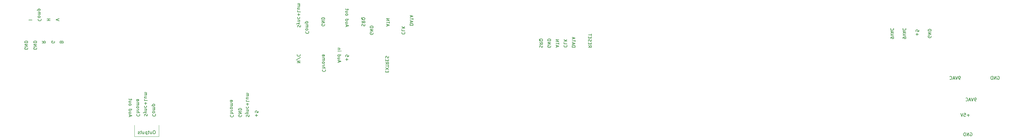
<source format=gbr>
G04 #@! TF.GenerationSoftware,KiCad,Pcbnew,(5.1.9)-1*
G04 #@! TF.CreationDate,2021-03-22T16:11:12+01:00*
G04 #@! TF.ProjectId,Open128,4f70656e-3132-4382-9e6b-696361645f70,3*
G04 #@! TF.SameCoordinates,Original*
G04 #@! TF.FileFunction,Legend,Bot*
G04 #@! TF.FilePolarity,Positive*
%FSLAX46Y46*%
G04 Gerber Fmt 4.6, Leading zero omitted, Abs format (unit mm)*
G04 Created by KiCad (PCBNEW (5.1.9)-1) date 2021-03-22 16:11:12*
%MOMM*%
%LPD*%
G01*
G04 APERTURE LIST*
%ADD10C,0.120000*%
%ADD11C,0.150000*%
G04 APERTURE END LIST*
D10*
X163576000Y-80010000D02*
X163576000Y-76454000D01*
X171196000Y-80010000D02*
X163576000Y-80010000D01*
X171196000Y-76454000D02*
X171196000Y-80010000D01*
D11*
X169814571Y-78192380D02*
X169624095Y-78192380D01*
X169528857Y-78240000D01*
X169433619Y-78335238D01*
X169386000Y-78525714D01*
X169386000Y-78859047D01*
X169433619Y-79049523D01*
X169528857Y-79144761D01*
X169624095Y-79192380D01*
X169814571Y-79192380D01*
X169909809Y-79144761D01*
X170005047Y-79049523D01*
X170052666Y-78859047D01*
X170052666Y-78525714D01*
X170005047Y-78335238D01*
X169909809Y-78240000D01*
X169814571Y-78192380D01*
X168528857Y-78525714D02*
X168528857Y-79192380D01*
X168957428Y-78525714D02*
X168957428Y-79049523D01*
X168909809Y-79144761D01*
X168814571Y-79192380D01*
X168671714Y-79192380D01*
X168576476Y-79144761D01*
X168528857Y-79097142D01*
X168195523Y-78525714D02*
X167814571Y-78525714D01*
X168052666Y-78192380D02*
X168052666Y-79049523D01*
X168005047Y-79144761D01*
X167909809Y-79192380D01*
X167814571Y-79192380D01*
X167481238Y-78525714D02*
X167481238Y-79525714D01*
X167481238Y-78573333D02*
X167386000Y-78525714D01*
X167195523Y-78525714D01*
X167100285Y-78573333D01*
X167052666Y-78620952D01*
X167005047Y-78716190D01*
X167005047Y-79001904D01*
X167052666Y-79097142D01*
X167100285Y-79144761D01*
X167195523Y-79192380D01*
X167386000Y-79192380D01*
X167481238Y-79144761D01*
X166147904Y-78525714D02*
X166147904Y-79192380D01*
X166576476Y-78525714D02*
X166576476Y-79049523D01*
X166528857Y-79144761D01*
X166433619Y-79192380D01*
X166290761Y-79192380D01*
X166195523Y-79144761D01*
X166147904Y-79097142D01*
X165814571Y-78525714D02*
X165433619Y-78525714D01*
X165671714Y-78192380D02*
X165671714Y-79049523D01*
X165624095Y-79144761D01*
X165528857Y-79192380D01*
X165433619Y-79192380D01*
X165147904Y-79144761D02*
X165052666Y-79192380D01*
X164862190Y-79192380D01*
X164766952Y-79144761D01*
X164719333Y-79049523D01*
X164719333Y-79001904D01*
X164766952Y-78906666D01*
X164862190Y-78859047D01*
X165005047Y-78859047D01*
X165100285Y-78811428D01*
X165147904Y-78716190D01*
X165147904Y-78668571D01*
X165100285Y-78573333D01*
X165005047Y-78525714D01*
X164862190Y-78525714D01*
X164766952Y-78573333D01*
X164361857Y-73016809D02*
X164314238Y-73064428D01*
X164266619Y-73207285D01*
X164266619Y-73302523D01*
X164314238Y-73445380D01*
X164409476Y-73540619D01*
X164504714Y-73588238D01*
X164695190Y-73635857D01*
X164838047Y-73635857D01*
X165028523Y-73588238D01*
X165123761Y-73540619D01*
X165219000Y-73445380D01*
X165266619Y-73302523D01*
X165266619Y-73207285D01*
X165219000Y-73064428D01*
X165171380Y-73016809D01*
X164266619Y-72588238D02*
X165266619Y-72588238D01*
X164266619Y-72159666D02*
X164790428Y-72159666D01*
X164885666Y-72207285D01*
X164933285Y-72302523D01*
X164933285Y-72445380D01*
X164885666Y-72540619D01*
X164838047Y-72588238D01*
X164266619Y-71683476D02*
X164933285Y-71683476D01*
X164742809Y-71683476D02*
X164838047Y-71635857D01*
X164885666Y-71588238D01*
X164933285Y-71493000D01*
X164933285Y-71397761D01*
X164266619Y-70921571D02*
X164314238Y-71016809D01*
X164361857Y-71064428D01*
X164457095Y-71112047D01*
X164742809Y-71112047D01*
X164838047Y-71064428D01*
X164885666Y-71016809D01*
X164933285Y-70921571D01*
X164933285Y-70778714D01*
X164885666Y-70683476D01*
X164838047Y-70635857D01*
X164742809Y-70588238D01*
X164457095Y-70588238D01*
X164361857Y-70635857D01*
X164314238Y-70683476D01*
X164266619Y-70778714D01*
X164266619Y-70921571D01*
X164266619Y-70159666D02*
X164933285Y-70159666D01*
X164838047Y-70159666D02*
X164885666Y-70112047D01*
X164933285Y-70016809D01*
X164933285Y-69873952D01*
X164885666Y-69778714D01*
X164790428Y-69731095D01*
X164266619Y-69731095D01*
X164790428Y-69731095D02*
X164885666Y-69683476D01*
X164933285Y-69588238D01*
X164933285Y-69445380D01*
X164885666Y-69350142D01*
X164790428Y-69302523D01*
X164266619Y-69302523D01*
X164266619Y-68397761D02*
X164790428Y-68397761D01*
X164885666Y-68445380D01*
X164933285Y-68540619D01*
X164933285Y-68731095D01*
X164885666Y-68826333D01*
X164314238Y-68397761D02*
X164266619Y-68493000D01*
X164266619Y-68731095D01*
X164314238Y-68826333D01*
X164409476Y-68873952D01*
X164504714Y-68873952D01*
X164599952Y-68826333D01*
X164647571Y-68731095D01*
X164647571Y-68493000D01*
X164695190Y-68397761D01*
X166727238Y-73540476D02*
X166679619Y-73397619D01*
X166679619Y-73159523D01*
X166727238Y-73064285D01*
X166774857Y-73016666D01*
X166870095Y-72969047D01*
X166965333Y-72969047D01*
X167060571Y-73016666D01*
X167108190Y-73064285D01*
X167155809Y-73159523D01*
X167203428Y-73350000D01*
X167251047Y-73445238D01*
X167298666Y-73492857D01*
X167393904Y-73540476D01*
X167489142Y-73540476D01*
X167584380Y-73492857D01*
X167632000Y-73445238D01*
X167679619Y-73350000D01*
X167679619Y-73111904D01*
X167632000Y-72969047D01*
X167346285Y-72635714D02*
X166679619Y-72397619D01*
X167346285Y-72159523D02*
X166679619Y-72397619D01*
X166441523Y-72492857D01*
X166393904Y-72540476D01*
X166346285Y-72635714D01*
X167346285Y-71778571D02*
X166679619Y-71778571D01*
X167251047Y-71778571D02*
X167298666Y-71730952D01*
X167346285Y-71635714D01*
X167346285Y-71492857D01*
X167298666Y-71397619D01*
X167203428Y-71350000D01*
X166679619Y-71350000D01*
X166727238Y-70445238D02*
X166679619Y-70540476D01*
X166679619Y-70730952D01*
X166727238Y-70826190D01*
X166774857Y-70873809D01*
X166870095Y-70921428D01*
X167155809Y-70921428D01*
X167251047Y-70873809D01*
X167298666Y-70826190D01*
X167346285Y-70730952D01*
X167346285Y-70540476D01*
X167298666Y-70445238D01*
X167060571Y-70016666D02*
X167060571Y-69254761D01*
X166679619Y-69635714D02*
X167441523Y-69635714D01*
X166679619Y-68302380D02*
X166679619Y-68778571D01*
X167679619Y-68778571D01*
X167346285Y-67540476D02*
X166679619Y-67540476D01*
X167346285Y-67969047D02*
X166822476Y-67969047D01*
X166727238Y-67921428D01*
X166679619Y-67826190D01*
X166679619Y-67683333D01*
X166727238Y-67588095D01*
X166774857Y-67540476D01*
X166679619Y-67064285D02*
X167346285Y-67064285D01*
X167251047Y-67064285D02*
X167298666Y-67016666D01*
X167346285Y-66921428D01*
X167346285Y-66778571D01*
X167298666Y-66683333D01*
X167203428Y-66635714D01*
X166679619Y-66635714D01*
X167203428Y-66635714D02*
X167298666Y-66588095D01*
X167346285Y-66492857D01*
X167346285Y-66350000D01*
X167298666Y-66254761D01*
X167203428Y-66207142D01*
X166679619Y-66207142D01*
X169314857Y-73016904D02*
X169267238Y-73064523D01*
X169219619Y-73207380D01*
X169219619Y-73302619D01*
X169267238Y-73445476D01*
X169362476Y-73540714D01*
X169457714Y-73588333D01*
X169648190Y-73635952D01*
X169791047Y-73635952D01*
X169981523Y-73588333D01*
X170076761Y-73540714D01*
X170172000Y-73445476D01*
X170219619Y-73302619D01*
X170219619Y-73207380D01*
X170172000Y-73064523D01*
X170124380Y-73016904D01*
X169219619Y-72445476D02*
X169267238Y-72540714D01*
X169314857Y-72588333D01*
X169410095Y-72635952D01*
X169695809Y-72635952D01*
X169791047Y-72588333D01*
X169838666Y-72540714D01*
X169886285Y-72445476D01*
X169886285Y-72302619D01*
X169838666Y-72207380D01*
X169791047Y-72159761D01*
X169695809Y-72112142D01*
X169410095Y-72112142D01*
X169314857Y-72159761D01*
X169267238Y-72207380D01*
X169219619Y-72302619D01*
X169219619Y-72445476D01*
X169219619Y-71683571D02*
X169886285Y-71683571D01*
X169791047Y-71683571D02*
X169838666Y-71635952D01*
X169886285Y-71540714D01*
X169886285Y-71397857D01*
X169838666Y-71302619D01*
X169743428Y-71255000D01*
X169219619Y-71255000D01*
X169743428Y-71255000D02*
X169838666Y-71207380D01*
X169886285Y-71112142D01*
X169886285Y-70969285D01*
X169838666Y-70874047D01*
X169743428Y-70826428D01*
X169219619Y-70826428D01*
X169886285Y-70350238D02*
X168886285Y-70350238D01*
X169838666Y-70350238D02*
X169886285Y-70255000D01*
X169886285Y-70064523D01*
X169838666Y-69969285D01*
X169791047Y-69921666D01*
X169695809Y-69874047D01*
X169410095Y-69874047D01*
X169314857Y-69921666D01*
X169267238Y-69969285D01*
X169219619Y-70064523D01*
X169219619Y-70255000D01*
X169267238Y-70350238D01*
X162139333Y-73707285D02*
X162139333Y-73231095D01*
X161853619Y-73802523D02*
X162853619Y-73469190D01*
X161853619Y-73135857D01*
X162520285Y-72373952D02*
X161853619Y-72373952D01*
X162520285Y-72802523D02*
X161996476Y-72802523D01*
X161901238Y-72754904D01*
X161853619Y-72659666D01*
X161853619Y-72516809D01*
X161901238Y-72421571D01*
X161948857Y-72373952D01*
X161853619Y-71469190D02*
X162853619Y-71469190D01*
X161901238Y-71469190D02*
X161853619Y-71564428D01*
X161853619Y-71754904D01*
X161901238Y-71850142D01*
X161948857Y-71897761D01*
X162044095Y-71945380D01*
X162329809Y-71945380D01*
X162425047Y-71897761D01*
X162472666Y-71850142D01*
X162520285Y-71754904D01*
X162520285Y-71564428D01*
X162472666Y-71469190D01*
X161853619Y-70088238D02*
X161901238Y-70183476D01*
X161948857Y-70231095D01*
X162044095Y-70278714D01*
X162329809Y-70278714D01*
X162425047Y-70231095D01*
X162472666Y-70183476D01*
X162520285Y-70088238D01*
X162520285Y-69945380D01*
X162472666Y-69850142D01*
X162425047Y-69802523D01*
X162329809Y-69754904D01*
X162044095Y-69754904D01*
X161948857Y-69802523D01*
X161901238Y-69850142D01*
X161853619Y-69945380D01*
X161853619Y-70088238D01*
X162520285Y-68897761D02*
X161853619Y-68897761D01*
X162520285Y-69326333D02*
X161996476Y-69326333D01*
X161901238Y-69278714D01*
X161853619Y-69183476D01*
X161853619Y-69040619D01*
X161901238Y-68945380D01*
X161948857Y-68897761D01*
X162520285Y-68564428D02*
X162520285Y-68183476D01*
X162853619Y-68421571D02*
X161996476Y-68421571D01*
X161901238Y-68373952D01*
X161853619Y-68278714D01*
X161853619Y-68183476D01*
X201604571Y-73755142D02*
X201604571Y-72993238D01*
X201223619Y-73374190D02*
X201985523Y-73374190D01*
X202223619Y-72040857D02*
X202223619Y-72517047D01*
X201747428Y-72564666D01*
X201795047Y-72517047D01*
X201842666Y-72421809D01*
X201842666Y-72183714D01*
X201795047Y-72088476D01*
X201747428Y-72040857D01*
X201652190Y-71993238D01*
X201414095Y-71993238D01*
X201318857Y-72040857D01*
X201271238Y-72088476D01*
X201223619Y-72183714D01*
X201223619Y-72421809D01*
X201271238Y-72517047D01*
X201318857Y-72564666D01*
X196969000Y-73278904D02*
X197016619Y-73374142D01*
X197016619Y-73517000D01*
X196969000Y-73659857D01*
X196873761Y-73755095D01*
X196778523Y-73802714D01*
X196588047Y-73850333D01*
X196445190Y-73850333D01*
X196254714Y-73802714D01*
X196159476Y-73755095D01*
X196064238Y-73659857D01*
X196016619Y-73517000D01*
X196016619Y-73421761D01*
X196064238Y-73278904D01*
X196111857Y-73231285D01*
X196445190Y-73231285D01*
X196445190Y-73421761D01*
X196016619Y-72802714D02*
X197016619Y-72802714D01*
X196016619Y-72231285D01*
X197016619Y-72231285D01*
X196016619Y-71755095D02*
X197016619Y-71755095D01*
X197016619Y-71517000D01*
X196969000Y-71374142D01*
X196873761Y-71278904D01*
X196778523Y-71231285D01*
X196588047Y-71183666D01*
X196445190Y-71183666D01*
X196254714Y-71231285D01*
X196159476Y-71278904D01*
X196064238Y-71374142D01*
X196016619Y-71517000D01*
X196016619Y-71755095D01*
X193571857Y-73270809D02*
X193524238Y-73318428D01*
X193476619Y-73461285D01*
X193476619Y-73556523D01*
X193524238Y-73699380D01*
X193619476Y-73794619D01*
X193714714Y-73842238D01*
X193905190Y-73889857D01*
X194048047Y-73889857D01*
X194238523Y-73842238D01*
X194333761Y-73794619D01*
X194429000Y-73699380D01*
X194476619Y-73556523D01*
X194476619Y-73461285D01*
X194429000Y-73318428D01*
X194381380Y-73270809D01*
X193476619Y-72842238D02*
X194476619Y-72842238D01*
X193476619Y-72413666D02*
X194000428Y-72413666D01*
X194095666Y-72461285D01*
X194143285Y-72556523D01*
X194143285Y-72699380D01*
X194095666Y-72794619D01*
X194048047Y-72842238D01*
X193476619Y-71937476D02*
X194143285Y-71937476D01*
X193952809Y-71937476D02*
X194048047Y-71889857D01*
X194095666Y-71842238D01*
X194143285Y-71747000D01*
X194143285Y-71651761D01*
X193476619Y-71175571D02*
X193524238Y-71270809D01*
X193571857Y-71318428D01*
X193667095Y-71366047D01*
X193952809Y-71366047D01*
X194048047Y-71318428D01*
X194095666Y-71270809D01*
X194143285Y-71175571D01*
X194143285Y-71032714D01*
X194095666Y-70937476D01*
X194048047Y-70889857D01*
X193952809Y-70842238D01*
X193667095Y-70842238D01*
X193571857Y-70889857D01*
X193524238Y-70937476D01*
X193476619Y-71032714D01*
X193476619Y-71175571D01*
X193476619Y-70413666D02*
X194143285Y-70413666D01*
X194048047Y-70413666D02*
X194095666Y-70366047D01*
X194143285Y-70270809D01*
X194143285Y-70127952D01*
X194095666Y-70032714D01*
X194000428Y-69985095D01*
X193476619Y-69985095D01*
X194000428Y-69985095D02*
X194095666Y-69937476D01*
X194143285Y-69842238D01*
X194143285Y-69699380D01*
X194095666Y-69604142D01*
X194000428Y-69556523D01*
X193476619Y-69556523D01*
X193476619Y-68651761D02*
X194000428Y-68651761D01*
X194095666Y-68699380D01*
X194143285Y-68794619D01*
X194143285Y-68985095D01*
X194095666Y-69080333D01*
X193524238Y-68651761D02*
X193476619Y-68747000D01*
X193476619Y-68985095D01*
X193524238Y-69080333D01*
X193619476Y-69127952D01*
X193714714Y-69127952D01*
X193809952Y-69080333D01*
X193857571Y-68985095D01*
X193857571Y-68747000D01*
X193905190Y-68651761D01*
X198477238Y-73794476D02*
X198429619Y-73651619D01*
X198429619Y-73413523D01*
X198477238Y-73318285D01*
X198524857Y-73270666D01*
X198620095Y-73223047D01*
X198715333Y-73223047D01*
X198810571Y-73270666D01*
X198858190Y-73318285D01*
X198905809Y-73413523D01*
X198953428Y-73604000D01*
X199001047Y-73699238D01*
X199048666Y-73746857D01*
X199143904Y-73794476D01*
X199239142Y-73794476D01*
X199334380Y-73746857D01*
X199382000Y-73699238D01*
X199429619Y-73604000D01*
X199429619Y-73365904D01*
X199382000Y-73223047D01*
X199096285Y-72889714D02*
X198429619Y-72651619D01*
X199096285Y-72413523D02*
X198429619Y-72651619D01*
X198191523Y-72746857D01*
X198143904Y-72794476D01*
X198096285Y-72889714D01*
X199096285Y-72032571D02*
X198429619Y-72032571D01*
X199001047Y-72032571D02*
X199048666Y-71984952D01*
X199096285Y-71889714D01*
X199096285Y-71746857D01*
X199048666Y-71651619D01*
X198953428Y-71604000D01*
X198429619Y-71604000D01*
X198477238Y-70699238D02*
X198429619Y-70794476D01*
X198429619Y-70984952D01*
X198477238Y-71080190D01*
X198524857Y-71127809D01*
X198620095Y-71175428D01*
X198905809Y-71175428D01*
X199001047Y-71127809D01*
X199048666Y-71080190D01*
X199096285Y-70984952D01*
X199096285Y-70794476D01*
X199048666Y-70699238D01*
X198810571Y-70270666D02*
X198810571Y-69508761D01*
X198429619Y-69889714D02*
X199191523Y-69889714D01*
X198429619Y-68556380D02*
X198429619Y-69032571D01*
X199429619Y-69032571D01*
X199096285Y-67794476D02*
X198429619Y-67794476D01*
X199096285Y-68223047D02*
X198572476Y-68223047D01*
X198477238Y-68175428D01*
X198429619Y-68080190D01*
X198429619Y-67937333D01*
X198477238Y-67842095D01*
X198524857Y-67794476D01*
X198429619Y-67318285D02*
X199096285Y-67318285D01*
X199001047Y-67318285D02*
X199048666Y-67270666D01*
X199096285Y-67175428D01*
X199096285Y-67032571D01*
X199048666Y-66937333D01*
X198953428Y-66889714D01*
X198429619Y-66889714D01*
X198953428Y-66889714D02*
X199048666Y-66842095D01*
X199096285Y-66746857D01*
X199096285Y-66604000D01*
X199048666Y-66508761D01*
X198953428Y-66461142D01*
X198429619Y-66461142D01*
X399343619Y-49299619D02*
X399343619Y-49109142D01*
X399391238Y-49013904D01*
X399438857Y-48966285D01*
X399581714Y-48871047D01*
X399772190Y-48823428D01*
X400153142Y-48823428D01*
X400248380Y-48871047D01*
X400296000Y-48918666D01*
X400343619Y-49013904D01*
X400343619Y-49204380D01*
X400296000Y-49299619D01*
X400248380Y-49347238D01*
X400153142Y-49394857D01*
X399915047Y-49394857D01*
X399819809Y-49347238D01*
X399772190Y-49299619D01*
X399724571Y-49204380D01*
X399724571Y-49013904D01*
X399772190Y-48918666D01*
X399819809Y-48871047D01*
X399915047Y-48823428D01*
X400343619Y-48537714D02*
X399343619Y-48204380D01*
X400343619Y-47871047D01*
X399629333Y-47585333D02*
X399629333Y-47109142D01*
X399343619Y-47680571D02*
X400343619Y-47347238D01*
X399343619Y-47013904D01*
X399438857Y-46109142D02*
X399391238Y-46156761D01*
X399343619Y-46299619D01*
X399343619Y-46394857D01*
X399391238Y-46537714D01*
X399486476Y-46632952D01*
X399581714Y-46680571D01*
X399772190Y-46728190D01*
X399915047Y-46728190D01*
X400105523Y-46680571D01*
X400200761Y-46632952D01*
X400296000Y-46537714D01*
X400343619Y-46394857D01*
X400343619Y-46299619D01*
X400296000Y-46156761D01*
X400248380Y-46109142D01*
X403153619Y-49299619D02*
X403153619Y-49109142D01*
X403201238Y-49013904D01*
X403248857Y-48966285D01*
X403391714Y-48871047D01*
X403582190Y-48823428D01*
X403963142Y-48823428D01*
X404058380Y-48871047D01*
X404106000Y-48918666D01*
X404153619Y-49013904D01*
X404153619Y-49204380D01*
X404106000Y-49299619D01*
X404058380Y-49347238D01*
X403963142Y-49394857D01*
X403725047Y-49394857D01*
X403629809Y-49347238D01*
X403582190Y-49299619D01*
X403534571Y-49204380D01*
X403534571Y-49013904D01*
X403582190Y-48918666D01*
X403629809Y-48871047D01*
X403725047Y-48823428D01*
X404153619Y-48537714D02*
X403153619Y-48204380D01*
X404153619Y-47871047D01*
X403439333Y-47585333D02*
X403439333Y-47109142D01*
X403153619Y-47680571D02*
X404153619Y-47347238D01*
X403153619Y-47013904D01*
X403248857Y-46109142D02*
X403201238Y-46156761D01*
X403153619Y-46299619D01*
X403153619Y-46394857D01*
X403201238Y-46537714D01*
X403296476Y-46632952D01*
X403391714Y-46680571D01*
X403582190Y-46728190D01*
X403725047Y-46728190D01*
X403915523Y-46680571D01*
X404010761Y-46632952D01*
X404106000Y-46537714D01*
X404153619Y-46394857D01*
X404153619Y-46299619D01*
X404106000Y-46156761D01*
X404058380Y-46109142D01*
X407598571Y-48355142D02*
X407598571Y-47593238D01*
X407217619Y-47974190D02*
X407979523Y-47974190D01*
X408217619Y-46640857D02*
X408217619Y-47117047D01*
X407741428Y-47164666D01*
X407789047Y-47117047D01*
X407836666Y-47021809D01*
X407836666Y-46783714D01*
X407789047Y-46688476D01*
X407741428Y-46640857D01*
X407646190Y-46593238D01*
X407408095Y-46593238D01*
X407312857Y-46640857D01*
X407265238Y-46688476D01*
X407217619Y-46783714D01*
X407217619Y-47021809D01*
X407265238Y-47117047D01*
X407312857Y-47164666D01*
X411980000Y-48513904D02*
X412027619Y-48609142D01*
X412027619Y-48752000D01*
X411980000Y-48894857D01*
X411884761Y-48990095D01*
X411789523Y-49037714D01*
X411599047Y-49085333D01*
X411456190Y-49085333D01*
X411265714Y-49037714D01*
X411170476Y-48990095D01*
X411075238Y-48894857D01*
X411027619Y-48752000D01*
X411027619Y-48656761D01*
X411075238Y-48513904D01*
X411122857Y-48466285D01*
X411456190Y-48466285D01*
X411456190Y-48656761D01*
X411027619Y-48037714D02*
X412027619Y-48037714D01*
X411027619Y-47466285D01*
X412027619Y-47466285D01*
X411027619Y-46990095D02*
X412027619Y-46990095D01*
X412027619Y-46752000D01*
X411980000Y-46609142D01*
X411884761Y-46513904D01*
X411789523Y-46466285D01*
X411599047Y-46418666D01*
X411456190Y-46418666D01*
X411265714Y-46466285D01*
X411170476Y-46513904D01*
X411075238Y-46609142D01*
X411027619Y-46752000D01*
X411027619Y-46990095D01*
X305109619Y-51490380D02*
X305585809Y-51823714D01*
X305109619Y-52061809D02*
X306109619Y-52061809D01*
X306109619Y-51680857D01*
X306062000Y-51585619D01*
X306014380Y-51538000D01*
X305919142Y-51490380D01*
X305776285Y-51490380D01*
X305681047Y-51538000D01*
X305633428Y-51585619D01*
X305585809Y-51680857D01*
X305585809Y-52061809D01*
X305633428Y-51061809D02*
X305633428Y-50728476D01*
X305109619Y-50585619D02*
X305109619Y-51061809D01*
X306109619Y-51061809D01*
X306109619Y-50585619D01*
X305157238Y-50204666D02*
X305109619Y-50061809D01*
X305109619Y-49823714D01*
X305157238Y-49728476D01*
X305204857Y-49680857D01*
X305300095Y-49633238D01*
X305395333Y-49633238D01*
X305490571Y-49680857D01*
X305538190Y-49728476D01*
X305585809Y-49823714D01*
X305633428Y-50014190D01*
X305681047Y-50109428D01*
X305728666Y-50157047D01*
X305823904Y-50204666D01*
X305919142Y-50204666D01*
X306014380Y-50157047D01*
X306062000Y-50109428D01*
X306109619Y-50014190D01*
X306109619Y-49776095D01*
X306062000Y-49633238D01*
X305633428Y-49204666D02*
X305633428Y-48871333D01*
X305109619Y-48728476D02*
X305109619Y-49204666D01*
X306109619Y-49204666D01*
X306109619Y-48728476D01*
X306109619Y-48442761D02*
X306109619Y-47871333D01*
X305109619Y-48157047D02*
X306109619Y-48157047D01*
X300029619Y-52046000D02*
X301029619Y-52046000D01*
X301029619Y-51807904D01*
X300982000Y-51665047D01*
X300886761Y-51569809D01*
X300791523Y-51522190D01*
X300601047Y-51474571D01*
X300458190Y-51474571D01*
X300267714Y-51522190D01*
X300172476Y-51569809D01*
X300077238Y-51665047D01*
X300029619Y-51807904D01*
X300029619Y-52046000D01*
X300315333Y-51093619D02*
X300315333Y-50617428D01*
X300029619Y-51188857D02*
X301029619Y-50855523D01*
X300029619Y-50522190D01*
X301029619Y-50331714D02*
X301029619Y-49760285D01*
X300029619Y-50046000D02*
X301029619Y-50046000D01*
X300315333Y-49474571D02*
X300315333Y-48998380D01*
X300029619Y-49569809D02*
X301029619Y-49236476D01*
X300029619Y-48903142D01*
X297584857Y-51395238D02*
X297537238Y-51442857D01*
X297489619Y-51585714D01*
X297489619Y-51680952D01*
X297537238Y-51823809D01*
X297632476Y-51919047D01*
X297727714Y-51966666D01*
X297918190Y-52014285D01*
X298061047Y-52014285D01*
X298251523Y-51966666D01*
X298346761Y-51919047D01*
X298442000Y-51823809D01*
X298489619Y-51680952D01*
X298489619Y-51585714D01*
X298442000Y-51442857D01*
X298394380Y-51395238D01*
X297489619Y-50490476D02*
X297489619Y-50966666D01*
X298489619Y-50966666D01*
X297489619Y-50157142D02*
X298489619Y-50157142D01*
X297489619Y-49585714D02*
X298061047Y-50014285D01*
X298489619Y-49585714D02*
X297918190Y-50157142D01*
X295235333Y-51942857D02*
X295235333Y-51466666D01*
X294949619Y-52038095D02*
X295949619Y-51704761D01*
X294949619Y-51371428D01*
X295949619Y-51180952D02*
X295949619Y-50609523D01*
X294949619Y-50895238D02*
X295949619Y-50895238D01*
X294949619Y-50276190D02*
X295949619Y-50276190D01*
X294949619Y-49704761D01*
X295949619Y-49704761D01*
X289917238Y-52109523D02*
X289869619Y-51966666D01*
X289869619Y-51728571D01*
X289917238Y-51633333D01*
X289964857Y-51585714D01*
X290060095Y-51538095D01*
X290155333Y-51538095D01*
X290250571Y-51585714D01*
X290298190Y-51633333D01*
X290345809Y-51728571D01*
X290393428Y-51919047D01*
X290441047Y-52014285D01*
X290488666Y-52061904D01*
X290583904Y-52109523D01*
X290679142Y-52109523D01*
X290774380Y-52061904D01*
X290822000Y-52014285D01*
X290869619Y-51919047D01*
X290869619Y-51680952D01*
X290822000Y-51538095D01*
X289869619Y-50538095D02*
X290345809Y-50871428D01*
X289869619Y-51109523D02*
X290869619Y-51109523D01*
X290869619Y-50728571D01*
X290822000Y-50633333D01*
X290774380Y-50585714D01*
X290679142Y-50538095D01*
X290536285Y-50538095D01*
X290441047Y-50585714D01*
X290393428Y-50633333D01*
X290345809Y-50728571D01*
X290345809Y-51109523D01*
X289774380Y-49442857D02*
X289822000Y-49538095D01*
X289917238Y-49633333D01*
X290060095Y-49776190D01*
X290107714Y-49871428D01*
X290107714Y-49966666D01*
X289869619Y-49919047D02*
X289917238Y-50014285D01*
X290012476Y-50109523D01*
X290202952Y-50157142D01*
X290536285Y-50157142D01*
X290726761Y-50109523D01*
X290822000Y-50014285D01*
X290869619Y-49919047D01*
X290869619Y-49728571D01*
X290822000Y-49633333D01*
X290726761Y-49538095D01*
X290536285Y-49490476D01*
X290202952Y-49490476D01*
X290012476Y-49538095D01*
X289917238Y-49633333D01*
X289869619Y-49728571D01*
X289869619Y-49919047D01*
X293362000Y-51561904D02*
X293409619Y-51657142D01*
X293409619Y-51800000D01*
X293362000Y-51942857D01*
X293266761Y-52038095D01*
X293171523Y-52085714D01*
X292981047Y-52133333D01*
X292838190Y-52133333D01*
X292647714Y-52085714D01*
X292552476Y-52038095D01*
X292457238Y-51942857D01*
X292409619Y-51800000D01*
X292409619Y-51704761D01*
X292457238Y-51561904D01*
X292504857Y-51514285D01*
X292838190Y-51514285D01*
X292838190Y-51704761D01*
X292409619Y-51085714D02*
X293409619Y-51085714D01*
X292409619Y-50514285D01*
X293409619Y-50514285D01*
X292409619Y-50038095D02*
X293409619Y-50038095D01*
X293409619Y-49800000D01*
X293362000Y-49657142D01*
X293266761Y-49561904D01*
X293171523Y-49514285D01*
X292981047Y-49466666D01*
X292838190Y-49466666D01*
X292647714Y-49514285D01*
X292552476Y-49561904D01*
X292457238Y-49657142D01*
X292409619Y-49800000D01*
X292409619Y-50038095D01*
X249483619Y-45188000D02*
X250483619Y-45188000D01*
X250483619Y-44949904D01*
X250436000Y-44807047D01*
X250340761Y-44711809D01*
X250245523Y-44664190D01*
X250055047Y-44616571D01*
X249912190Y-44616571D01*
X249721714Y-44664190D01*
X249626476Y-44711809D01*
X249531238Y-44807047D01*
X249483619Y-44949904D01*
X249483619Y-45188000D01*
X249769333Y-44235619D02*
X249769333Y-43759428D01*
X249483619Y-44330857D02*
X250483619Y-43997523D01*
X249483619Y-43664190D01*
X250483619Y-43473714D02*
X250483619Y-42902285D01*
X249483619Y-43188000D02*
X250483619Y-43188000D01*
X249769333Y-42616571D02*
X249769333Y-42140380D01*
X249483619Y-42711809D02*
X250483619Y-42378476D01*
X249483619Y-42045142D01*
X247038857Y-47331238D02*
X246991238Y-47378857D01*
X246943619Y-47521714D01*
X246943619Y-47616952D01*
X246991238Y-47759809D01*
X247086476Y-47855047D01*
X247181714Y-47902666D01*
X247372190Y-47950285D01*
X247515047Y-47950285D01*
X247705523Y-47902666D01*
X247800761Y-47855047D01*
X247896000Y-47759809D01*
X247943619Y-47616952D01*
X247943619Y-47521714D01*
X247896000Y-47378857D01*
X247848380Y-47331238D01*
X246943619Y-46426476D02*
X246943619Y-46902666D01*
X247943619Y-46902666D01*
X246943619Y-46093142D02*
X247943619Y-46093142D01*
X246943619Y-45521714D02*
X247515047Y-45950285D01*
X247943619Y-45521714D02*
X247372190Y-46093142D01*
X242387428Y-59904000D02*
X242387428Y-59570666D01*
X241863619Y-59427809D02*
X241863619Y-59904000D01*
X242863619Y-59904000D01*
X242863619Y-59427809D01*
X242863619Y-59094476D02*
X241863619Y-58427809D01*
X242863619Y-58427809D02*
X241863619Y-59094476D01*
X242863619Y-58189714D02*
X242863619Y-57618285D01*
X241863619Y-57904000D02*
X242863619Y-57904000D01*
X241863619Y-56713523D02*
X242339809Y-57046857D01*
X241863619Y-57284952D02*
X242863619Y-57284952D01*
X242863619Y-56904000D01*
X242816000Y-56808761D01*
X242768380Y-56761142D01*
X242673142Y-56713523D01*
X242530285Y-56713523D01*
X242435047Y-56761142D01*
X242387428Y-56808761D01*
X242339809Y-56904000D01*
X242339809Y-57284952D01*
X242387428Y-56284952D02*
X242387428Y-55951619D01*
X241863619Y-55808761D02*
X241863619Y-56284952D01*
X242863619Y-56284952D01*
X242863619Y-55808761D01*
X241911238Y-55427809D02*
X241863619Y-55284952D01*
X241863619Y-55046857D01*
X241911238Y-54951619D01*
X241958857Y-54904000D01*
X242054095Y-54856380D01*
X242149333Y-54856380D01*
X242244571Y-54904000D01*
X242292190Y-54951619D01*
X242339809Y-55046857D01*
X242387428Y-55237333D01*
X242435047Y-55332571D01*
X242482666Y-55380190D01*
X242577904Y-55427809D01*
X242673142Y-55427809D01*
X242768380Y-55380190D01*
X242816000Y-55332571D01*
X242863619Y-55237333D01*
X242863619Y-54999238D01*
X242816000Y-54856380D01*
X242403333Y-45338857D02*
X242403333Y-44862666D01*
X242117619Y-45434095D02*
X243117619Y-45100761D01*
X242117619Y-44767428D01*
X243117619Y-44576952D02*
X243117619Y-44005523D01*
X242117619Y-44291238D02*
X243117619Y-44291238D01*
X242117619Y-43672190D02*
X243117619Y-43672190D01*
X242117619Y-43100761D01*
X243117619Y-43100761D01*
X237990000Y-47497904D02*
X238037619Y-47593142D01*
X238037619Y-47736000D01*
X237990000Y-47878857D01*
X237894761Y-47974095D01*
X237799523Y-48021714D01*
X237609047Y-48069333D01*
X237466190Y-48069333D01*
X237275714Y-48021714D01*
X237180476Y-47974095D01*
X237085238Y-47878857D01*
X237037619Y-47736000D01*
X237037619Y-47640761D01*
X237085238Y-47497904D01*
X237132857Y-47450285D01*
X237466190Y-47450285D01*
X237466190Y-47640761D01*
X237037619Y-47021714D02*
X238037619Y-47021714D01*
X237037619Y-46450285D01*
X238037619Y-46450285D01*
X237037619Y-45974095D02*
X238037619Y-45974095D01*
X238037619Y-45736000D01*
X237990000Y-45593142D01*
X237894761Y-45497904D01*
X237799523Y-45450285D01*
X237609047Y-45402666D01*
X237466190Y-45402666D01*
X237275714Y-45450285D01*
X237180476Y-45497904D01*
X237085238Y-45593142D01*
X237037619Y-45736000D01*
X237037619Y-45974095D01*
X234494438Y-45403923D02*
X234446819Y-45261066D01*
X234446819Y-45022971D01*
X234494438Y-44927733D01*
X234542057Y-44880114D01*
X234637295Y-44832495D01*
X234732533Y-44832495D01*
X234827771Y-44880114D01*
X234875390Y-44927733D01*
X234923009Y-45022971D01*
X234970628Y-45213447D01*
X235018247Y-45308685D01*
X235065866Y-45356304D01*
X235161104Y-45403923D01*
X235256342Y-45403923D01*
X235351580Y-45356304D01*
X235399200Y-45308685D01*
X235446819Y-45213447D01*
X235446819Y-44975352D01*
X235399200Y-44832495D01*
X234446819Y-43832495D02*
X234923009Y-44165828D01*
X234446819Y-44403923D02*
X235446819Y-44403923D01*
X235446819Y-44022971D01*
X235399200Y-43927733D01*
X235351580Y-43880114D01*
X235256342Y-43832495D01*
X235113485Y-43832495D01*
X235018247Y-43880114D01*
X234970628Y-43927733D01*
X234923009Y-44022971D01*
X234923009Y-44403923D01*
X234351580Y-42737257D02*
X234399200Y-42832495D01*
X234494438Y-42927733D01*
X234637295Y-43070590D01*
X234684914Y-43165828D01*
X234684914Y-43261066D01*
X234446819Y-43213447D02*
X234494438Y-43308685D01*
X234589676Y-43403923D01*
X234780152Y-43451542D01*
X235113485Y-43451542D01*
X235303961Y-43403923D01*
X235399200Y-43308685D01*
X235446819Y-43213447D01*
X235446819Y-43022971D01*
X235399200Y-42927733D01*
X235303961Y-42832495D01*
X235113485Y-42784876D01*
X234780152Y-42784876D01*
X234589676Y-42832495D01*
X234494438Y-42927733D01*
X234446819Y-43022971D01*
X234446819Y-43213447D01*
X227290333Y-56697285D02*
X227290333Y-56221095D01*
X227004619Y-56792523D02*
X228004619Y-56459190D01*
X227004619Y-56125857D01*
X227671285Y-55363952D02*
X227004619Y-55363952D01*
X227671285Y-55792523D02*
X227147476Y-55792523D01*
X227052238Y-55744904D01*
X227004619Y-55649666D01*
X227004619Y-55506809D01*
X227052238Y-55411571D01*
X227099857Y-55363952D01*
X227004619Y-54459190D02*
X228004619Y-54459190D01*
X227052238Y-54459190D02*
X227004619Y-54554428D01*
X227004619Y-54744904D01*
X227052238Y-54840142D01*
X227099857Y-54887761D01*
X227195095Y-54935380D01*
X227480809Y-54935380D01*
X227576047Y-54887761D01*
X227623666Y-54840142D01*
X227671285Y-54744904D01*
X227671285Y-54554428D01*
X227623666Y-54459190D01*
X227004619Y-53221095D02*
X227671285Y-53221095D01*
X228004619Y-53221095D02*
X227957000Y-53268714D01*
X227909380Y-53221095D01*
X227957000Y-53173476D01*
X228004619Y-53221095D01*
X227909380Y-53221095D01*
X227671285Y-52744904D02*
X227004619Y-52744904D01*
X227576047Y-52744904D02*
X227623666Y-52697285D01*
X227671285Y-52602047D01*
X227671285Y-52459190D01*
X227623666Y-52363952D01*
X227528428Y-52316333D01*
X227004619Y-52316333D01*
X229703333Y-45513285D02*
X229703333Y-45037095D01*
X229417619Y-45608523D02*
X230417619Y-45275190D01*
X229417619Y-44941857D01*
X230084285Y-44179952D02*
X229417619Y-44179952D01*
X230084285Y-44608523D02*
X229560476Y-44608523D01*
X229465238Y-44560904D01*
X229417619Y-44465666D01*
X229417619Y-44322809D01*
X229465238Y-44227571D01*
X229512857Y-44179952D01*
X229417619Y-43275190D02*
X230417619Y-43275190D01*
X229465238Y-43275190D02*
X229417619Y-43370428D01*
X229417619Y-43560904D01*
X229465238Y-43656142D01*
X229512857Y-43703761D01*
X229608095Y-43751380D01*
X229893809Y-43751380D01*
X229989047Y-43703761D01*
X230036666Y-43656142D01*
X230084285Y-43560904D01*
X230084285Y-43370428D01*
X230036666Y-43275190D01*
X229417619Y-41894238D02*
X229465238Y-41989476D01*
X229512857Y-42037095D01*
X229608095Y-42084714D01*
X229893809Y-42084714D01*
X229989047Y-42037095D01*
X230036666Y-41989476D01*
X230084285Y-41894238D01*
X230084285Y-41751380D01*
X230036666Y-41656142D01*
X229989047Y-41608523D01*
X229893809Y-41560904D01*
X229608095Y-41560904D01*
X229512857Y-41608523D01*
X229465238Y-41656142D01*
X229417619Y-41751380D01*
X229417619Y-41894238D01*
X230084285Y-40703761D02*
X229417619Y-40703761D01*
X230084285Y-41132333D02*
X229560476Y-41132333D01*
X229465238Y-41084714D01*
X229417619Y-40989476D01*
X229417619Y-40846619D01*
X229465238Y-40751380D01*
X229512857Y-40703761D01*
X230084285Y-40370428D02*
X230084285Y-39989476D01*
X230417619Y-40227571D02*
X229560476Y-40227571D01*
X229465238Y-40179952D01*
X229417619Y-40084714D01*
X229417619Y-39989476D01*
X222273857Y-59046809D02*
X222226238Y-59094428D01*
X222178619Y-59237285D01*
X222178619Y-59332523D01*
X222226238Y-59475380D01*
X222321476Y-59570619D01*
X222416714Y-59618238D01*
X222607190Y-59665857D01*
X222750047Y-59665857D01*
X222940523Y-59618238D01*
X223035761Y-59570619D01*
X223131000Y-59475380D01*
X223178619Y-59332523D01*
X223178619Y-59237285D01*
X223131000Y-59094428D01*
X223083380Y-59046809D01*
X222178619Y-58618238D02*
X223178619Y-58618238D01*
X222178619Y-58189666D02*
X222702428Y-58189666D01*
X222797666Y-58237285D01*
X222845285Y-58332523D01*
X222845285Y-58475380D01*
X222797666Y-58570619D01*
X222750047Y-58618238D01*
X222178619Y-57713476D02*
X222845285Y-57713476D01*
X222654809Y-57713476D02*
X222750047Y-57665857D01*
X222797666Y-57618238D01*
X222845285Y-57523000D01*
X222845285Y-57427761D01*
X222178619Y-56951571D02*
X222226238Y-57046809D01*
X222273857Y-57094428D01*
X222369095Y-57142047D01*
X222654809Y-57142047D01*
X222750047Y-57094428D01*
X222797666Y-57046809D01*
X222845285Y-56951571D01*
X222845285Y-56808714D01*
X222797666Y-56713476D01*
X222750047Y-56665857D01*
X222654809Y-56618238D01*
X222369095Y-56618238D01*
X222273857Y-56665857D01*
X222226238Y-56713476D01*
X222178619Y-56808714D01*
X222178619Y-56951571D01*
X222178619Y-56189666D02*
X222845285Y-56189666D01*
X222750047Y-56189666D02*
X222797666Y-56142047D01*
X222845285Y-56046809D01*
X222845285Y-55903952D01*
X222797666Y-55808714D01*
X222702428Y-55761095D01*
X222178619Y-55761095D01*
X222702428Y-55761095D02*
X222797666Y-55713476D01*
X222845285Y-55618238D01*
X222845285Y-55475380D01*
X222797666Y-55380142D01*
X222702428Y-55332523D01*
X222178619Y-55332523D01*
X222178619Y-54427761D02*
X222702428Y-54427761D01*
X222797666Y-54475380D01*
X222845285Y-54570619D01*
X222845285Y-54761095D01*
X222797666Y-54856333D01*
X222226238Y-54427761D02*
X222178619Y-54523000D01*
X222178619Y-54761095D01*
X222226238Y-54856333D01*
X222321476Y-54903952D01*
X222416714Y-54903952D01*
X222511952Y-54856333D01*
X222559571Y-54761095D01*
X222559571Y-54523000D01*
X222607190Y-54427761D01*
X214304619Y-56935523D02*
X215304619Y-56935523D01*
X214304619Y-56364095D01*
X215304619Y-56364095D01*
X215352238Y-55173619D02*
X214066523Y-56030761D01*
X214399857Y-54268857D02*
X214352238Y-54316476D01*
X214304619Y-54459333D01*
X214304619Y-54554571D01*
X214352238Y-54697428D01*
X214447476Y-54792666D01*
X214542714Y-54840285D01*
X214733190Y-54887904D01*
X214876047Y-54887904D01*
X215066523Y-54840285D01*
X215161761Y-54792666D01*
X215257000Y-54697428D01*
X215304619Y-54554571D01*
X215304619Y-54459333D01*
X215257000Y-54316476D01*
X215209380Y-54268857D01*
X214479238Y-45727476D02*
X214431619Y-45584619D01*
X214431619Y-45346523D01*
X214479238Y-45251285D01*
X214526857Y-45203666D01*
X214622095Y-45156047D01*
X214717333Y-45156047D01*
X214812571Y-45203666D01*
X214860190Y-45251285D01*
X214907809Y-45346523D01*
X214955428Y-45537000D01*
X215003047Y-45632238D01*
X215050666Y-45679857D01*
X215145904Y-45727476D01*
X215241142Y-45727476D01*
X215336380Y-45679857D01*
X215384000Y-45632238D01*
X215431619Y-45537000D01*
X215431619Y-45298904D01*
X215384000Y-45156047D01*
X215098285Y-44822714D02*
X214431619Y-44584619D01*
X215098285Y-44346523D02*
X214431619Y-44584619D01*
X214193523Y-44679857D01*
X214145904Y-44727476D01*
X214098285Y-44822714D01*
X215098285Y-43965571D02*
X214431619Y-43965571D01*
X215003047Y-43965571D02*
X215050666Y-43917952D01*
X215098285Y-43822714D01*
X215098285Y-43679857D01*
X215050666Y-43584619D01*
X214955428Y-43537000D01*
X214431619Y-43537000D01*
X214479238Y-42632238D02*
X214431619Y-42727476D01*
X214431619Y-42917952D01*
X214479238Y-43013190D01*
X214526857Y-43060809D01*
X214622095Y-43108428D01*
X214907809Y-43108428D01*
X215003047Y-43060809D01*
X215050666Y-43013190D01*
X215098285Y-42917952D01*
X215098285Y-42727476D01*
X215050666Y-42632238D01*
X214812571Y-42203666D02*
X214812571Y-41441761D01*
X214431619Y-41822714D02*
X215193523Y-41822714D01*
X214431619Y-40489380D02*
X214431619Y-40965571D01*
X215431619Y-40965571D01*
X215098285Y-39727476D02*
X214431619Y-39727476D01*
X215098285Y-40156047D02*
X214574476Y-40156047D01*
X214479238Y-40108428D01*
X214431619Y-40013190D01*
X214431619Y-39870333D01*
X214479238Y-39775095D01*
X214526857Y-39727476D01*
X214431619Y-39251285D02*
X215098285Y-39251285D01*
X215003047Y-39251285D02*
X215050666Y-39203666D01*
X215098285Y-39108428D01*
X215098285Y-38965571D01*
X215050666Y-38870333D01*
X214955428Y-38822714D01*
X214431619Y-38822714D01*
X214955428Y-38822714D02*
X215050666Y-38775095D01*
X215098285Y-38679857D01*
X215098285Y-38537000D01*
X215050666Y-38441761D01*
X214955428Y-38394142D01*
X214431619Y-38394142D01*
X217066857Y-47108904D02*
X217019238Y-47156523D01*
X216971619Y-47299380D01*
X216971619Y-47394619D01*
X217019238Y-47537476D01*
X217114476Y-47632714D01*
X217209714Y-47680333D01*
X217400190Y-47727952D01*
X217543047Y-47727952D01*
X217733523Y-47680333D01*
X217828761Y-47632714D01*
X217924000Y-47537476D01*
X217971619Y-47394619D01*
X217971619Y-47299380D01*
X217924000Y-47156523D01*
X217876380Y-47108904D01*
X216971619Y-46537476D02*
X217019238Y-46632714D01*
X217066857Y-46680333D01*
X217162095Y-46727952D01*
X217447809Y-46727952D01*
X217543047Y-46680333D01*
X217590666Y-46632714D01*
X217638285Y-46537476D01*
X217638285Y-46394619D01*
X217590666Y-46299380D01*
X217543047Y-46251761D01*
X217447809Y-46204142D01*
X217162095Y-46204142D01*
X217066857Y-46251761D01*
X217019238Y-46299380D01*
X216971619Y-46394619D01*
X216971619Y-46537476D01*
X216971619Y-45775571D02*
X217638285Y-45775571D01*
X217543047Y-45775571D02*
X217590666Y-45727952D01*
X217638285Y-45632714D01*
X217638285Y-45489857D01*
X217590666Y-45394619D01*
X217495428Y-45347000D01*
X216971619Y-45347000D01*
X217495428Y-45347000D02*
X217590666Y-45299380D01*
X217638285Y-45204142D01*
X217638285Y-45061285D01*
X217590666Y-44966047D01*
X217495428Y-44918428D01*
X216971619Y-44918428D01*
X217638285Y-44442238D02*
X216638285Y-44442238D01*
X217590666Y-44442238D02*
X217638285Y-44347000D01*
X217638285Y-44156523D01*
X217590666Y-44061285D01*
X217543047Y-44013666D01*
X217447809Y-43966047D01*
X217162095Y-43966047D01*
X217066857Y-44013666D01*
X217019238Y-44061285D01*
X216971619Y-44156523D01*
X216971619Y-44347000D01*
X217019238Y-44442238D01*
X222877000Y-44830904D02*
X222924619Y-44926142D01*
X222924619Y-45069000D01*
X222877000Y-45211857D01*
X222781761Y-45307095D01*
X222686523Y-45354714D01*
X222496047Y-45402333D01*
X222353190Y-45402333D01*
X222162714Y-45354714D01*
X222067476Y-45307095D01*
X221972238Y-45211857D01*
X221924619Y-45069000D01*
X221924619Y-44973761D01*
X221972238Y-44830904D01*
X222019857Y-44783285D01*
X222353190Y-44783285D01*
X222353190Y-44973761D01*
X221924619Y-44354714D02*
X222924619Y-44354714D01*
X221924619Y-43783285D01*
X222924619Y-43783285D01*
X221924619Y-43307095D02*
X222924619Y-43307095D01*
X222924619Y-43069000D01*
X222877000Y-42926142D01*
X222781761Y-42830904D01*
X222686523Y-42783285D01*
X222496047Y-42735666D01*
X222353190Y-42735666D01*
X222162714Y-42783285D01*
X222067476Y-42830904D01*
X221972238Y-42926142D01*
X221924619Y-43069000D01*
X221924619Y-43307095D01*
X229798571Y-56229142D02*
X229798571Y-55467238D01*
X229417619Y-55848190D02*
X230179523Y-55848190D01*
X230417619Y-54514857D02*
X230417619Y-54991047D01*
X229941428Y-55038666D01*
X229989047Y-54991047D01*
X230036666Y-54895809D01*
X230036666Y-54657714D01*
X229989047Y-54562476D01*
X229941428Y-54514857D01*
X229846190Y-54467238D01*
X229608095Y-54467238D01*
X229512857Y-54514857D01*
X229465238Y-54562476D01*
X229417619Y-54657714D01*
X229417619Y-54895809D01*
X229465238Y-54991047D01*
X229512857Y-55038666D01*
X133088000Y-52196904D02*
X133135619Y-52292142D01*
X133135619Y-52435000D01*
X133088000Y-52577857D01*
X132992761Y-52673095D01*
X132897523Y-52720714D01*
X132707047Y-52768333D01*
X132564190Y-52768333D01*
X132373714Y-52720714D01*
X132278476Y-52673095D01*
X132183238Y-52577857D01*
X132135619Y-52435000D01*
X132135619Y-52339761D01*
X132183238Y-52196904D01*
X132230857Y-52149285D01*
X132564190Y-52149285D01*
X132564190Y-52339761D01*
X132135619Y-51720714D02*
X133135619Y-51720714D01*
X132135619Y-51149285D01*
X133135619Y-51149285D01*
X132135619Y-50673095D02*
X133135619Y-50673095D01*
X133135619Y-50435000D01*
X133088000Y-50292142D01*
X132992761Y-50196904D01*
X132897523Y-50149285D01*
X132707047Y-50101666D01*
X132564190Y-50101666D01*
X132373714Y-50149285D01*
X132278476Y-50196904D01*
X132183238Y-50292142D01*
X132135619Y-50435000D01*
X132135619Y-50673095D01*
X133627857Y-43171904D02*
X133580238Y-43219523D01*
X133532619Y-43362380D01*
X133532619Y-43457619D01*
X133580238Y-43600476D01*
X133675476Y-43695714D01*
X133770714Y-43743333D01*
X133961190Y-43790952D01*
X134104047Y-43790952D01*
X134294523Y-43743333D01*
X134389761Y-43695714D01*
X134485000Y-43600476D01*
X134532619Y-43457619D01*
X134532619Y-43362380D01*
X134485000Y-43219523D01*
X134437380Y-43171904D01*
X133532619Y-42600476D02*
X133580238Y-42695714D01*
X133627857Y-42743333D01*
X133723095Y-42790952D01*
X134008809Y-42790952D01*
X134104047Y-42743333D01*
X134151666Y-42695714D01*
X134199285Y-42600476D01*
X134199285Y-42457619D01*
X134151666Y-42362380D01*
X134104047Y-42314761D01*
X134008809Y-42267142D01*
X133723095Y-42267142D01*
X133627857Y-42314761D01*
X133580238Y-42362380D01*
X133532619Y-42457619D01*
X133532619Y-42600476D01*
X133532619Y-41838571D02*
X134199285Y-41838571D01*
X134104047Y-41838571D02*
X134151666Y-41790952D01*
X134199285Y-41695714D01*
X134199285Y-41552857D01*
X134151666Y-41457619D01*
X134056428Y-41410000D01*
X133532619Y-41410000D01*
X134056428Y-41410000D02*
X134151666Y-41362380D01*
X134199285Y-41267142D01*
X134199285Y-41124285D01*
X134151666Y-41029047D01*
X134056428Y-40981428D01*
X133532619Y-40981428D01*
X134199285Y-40505238D02*
X133199285Y-40505238D01*
X134151666Y-40505238D02*
X134199285Y-40410000D01*
X134199285Y-40219523D01*
X134151666Y-40124285D01*
X134104047Y-40076666D01*
X134008809Y-40029047D01*
X133723095Y-40029047D01*
X133627857Y-40076666D01*
X133580238Y-40124285D01*
X133532619Y-40219523D01*
X133532619Y-40410000D01*
X133580238Y-40505238D01*
X140120619Y-43767333D02*
X139120619Y-43434000D01*
X140120619Y-43100666D01*
X136326619Y-43719714D02*
X137326619Y-43719714D01*
X136850428Y-43719714D02*
X136850428Y-43148285D01*
X136326619Y-43148285D02*
X137326619Y-43148285D01*
X130294000Y-52196904D02*
X130341619Y-52292142D01*
X130341619Y-52435000D01*
X130294000Y-52577857D01*
X130198761Y-52673095D01*
X130103523Y-52720714D01*
X129913047Y-52768333D01*
X129770190Y-52768333D01*
X129579714Y-52720714D01*
X129484476Y-52673095D01*
X129389238Y-52577857D01*
X129341619Y-52435000D01*
X129341619Y-52339761D01*
X129389238Y-52196904D01*
X129436857Y-52149285D01*
X129770190Y-52149285D01*
X129770190Y-52339761D01*
X129341619Y-51720714D02*
X130341619Y-51720714D01*
X129341619Y-51149285D01*
X130341619Y-51149285D01*
X129341619Y-50673095D02*
X130341619Y-50673095D01*
X130341619Y-50435000D01*
X130294000Y-50292142D01*
X130198761Y-50196904D01*
X130103523Y-50149285D01*
X129913047Y-50101666D01*
X129770190Y-50101666D01*
X129579714Y-50149285D01*
X129484476Y-50196904D01*
X129389238Y-50292142D01*
X129341619Y-50435000D01*
X129341619Y-50673095D01*
X140914428Y-50347571D02*
X140866809Y-50204714D01*
X140819190Y-50157095D01*
X140723952Y-50109476D01*
X140581095Y-50109476D01*
X140485857Y-50157095D01*
X140438238Y-50204714D01*
X140390619Y-50299952D01*
X140390619Y-50680904D01*
X141390619Y-50680904D01*
X141390619Y-50347571D01*
X141343000Y-50252333D01*
X141295380Y-50204714D01*
X141200142Y-50157095D01*
X141104904Y-50157095D01*
X141009666Y-50204714D01*
X140962047Y-50252333D01*
X140914428Y-50347571D01*
X140914428Y-50680904D01*
X138676000Y-50157095D02*
X138723619Y-50252333D01*
X138723619Y-50395190D01*
X138676000Y-50538047D01*
X138580761Y-50633285D01*
X138485523Y-50680904D01*
X138295047Y-50728523D01*
X138152190Y-50728523D01*
X137961714Y-50680904D01*
X137866476Y-50633285D01*
X137771238Y-50538047D01*
X137723619Y-50395190D01*
X137723619Y-50299952D01*
X137771238Y-50157095D01*
X137818857Y-50109476D01*
X138152190Y-50109476D01*
X138152190Y-50299952D01*
X131643380Y-43561000D02*
X130643380Y-43561000D01*
X134802619Y-50109476D02*
X135278809Y-50442809D01*
X134802619Y-50680904D02*
X135802619Y-50680904D01*
X135802619Y-50299952D01*
X135755000Y-50204714D01*
X135707380Y-50157095D01*
X135612142Y-50109476D01*
X135469285Y-50109476D01*
X135374047Y-50157095D01*
X135326428Y-50204714D01*
X135278809Y-50299952D01*
X135278809Y-50680904D01*
X432688904Y-61222000D02*
X432784142Y-61174380D01*
X432927000Y-61174380D01*
X433069857Y-61222000D01*
X433165095Y-61317238D01*
X433212714Y-61412476D01*
X433260333Y-61602952D01*
X433260333Y-61745809D01*
X433212714Y-61936285D01*
X433165095Y-62031523D01*
X433069857Y-62126761D01*
X432927000Y-62174380D01*
X432831761Y-62174380D01*
X432688904Y-62126761D01*
X432641285Y-62079142D01*
X432641285Y-61745809D01*
X432831761Y-61745809D01*
X432212714Y-62174380D02*
X432212714Y-61174380D01*
X431641285Y-62174380D01*
X431641285Y-61174380D01*
X431165095Y-62174380D02*
X431165095Y-61174380D01*
X430927000Y-61174380D01*
X430784142Y-61222000D01*
X430688904Y-61317238D01*
X430641285Y-61412476D01*
X430593666Y-61602952D01*
X430593666Y-61745809D01*
X430641285Y-61936285D01*
X430688904Y-62031523D01*
X430784142Y-62126761D01*
X430927000Y-62174380D01*
X431165095Y-62174380D01*
X424179904Y-78875000D02*
X424275142Y-78827380D01*
X424418000Y-78827380D01*
X424560857Y-78875000D01*
X424656095Y-78970238D01*
X424703714Y-79065476D01*
X424751333Y-79255952D01*
X424751333Y-79398809D01*
X424703714Y-79589285D01*
X424656095Y-79684523D01*
X424560857Y-79779761D01*
X424418000Y-79827380D01*
X424322761Y-79827380D01*
X424179904Y-79779761D01*
X424132285Y-79732142D01*
X424132285Y-79398809D01*
X424322761Y-79398809D01*
X423703714Y-79827380D02*
X423703714Y-78827380D01*
X423132285Y-79827380D01*
X423132285Y-78827380D01*
X422656095Y-79827380D02*
X422656095Y-78827380D01*
X422418000Y-78827380D01*
X422275142Y-78875000D01*
X422179904Y-78970238D01*
X422132285Y-79065476D01*
X422084666Y-79255952D01*
X422084666Y-79398809D01*
X422132285Y-79589285D01*
X422179904Y-79684523D01*
X422275142Y-79779761D01*
X422418000Y-79827380D01*
X422656095Y-79827380D01*
X423941714Y-73350428D02*
X423179809Y-73350428D01*
X423560761Y-73731380D02*
X423560761Y-72969476D01*
X422227428Y-72731380D02*
X422703619Y-72731380D01*
X422751238Y-73207571D01*
X422703619Y-73159952D01*
X422608380Y-73112333D01*
X422370285Y-73112333D01*
X422275047Y-73159952D01*
X422227428Y-73207571D01*
X422179809Y-73302809D01*
X422179809Y-73540904D01*
X422227428Y-73636142D01*
X422275047Y-73683761D01*
X422370285Y-73731380D01*
X422608380Y-73731380D01*
X422703619Y-73683761D01*
X422751238Y-73636142D01*
X421894095Y-72731380D02*
X421560761Y-73731380D01*
X421227428Y-72731380D01*
X425981619Y-68905380D02*
X425791142Y-68905380D01*
X425695904Y-68857761D01*
X425648285Y-68810142D01*
X425553047Y-68667285D01*
X425505428Y-68476809D01*
X425505428Y-68095857D01*
X425553047Y-68000619D01*
X425600666Y-67953000D01*
X425695904Y-67905380D01*
X425886380Y-67905380D01*
X425981619Y-67953000D01*
X426029238Y-68000619D01*
X426076857Y-68095857D01*
X426076857Y-68333952D01*
X426029238Y-68429190D01*
X425981619Y-68476809D01*
X425886380Y-68524428D01*
X425695904Y-68524428D01*
X425600666Y-68476809D01*
X425553047Y-68429190D01*
X425505428Y-68333952D01*
X425219714Y-67905380D02*
X424886380Y-68905380D01*
X424553047Y-67905380D01*
X424267333Y-68619666D02*
X423791142Y-68619666D01*
X424362571Y-68905380D02*
X424029238Y-67905380D01*
X423695904Y-68905380D01*
X422791142Y-68810142D02*
X422838761Y-68857761D01*
X422981619Y-68905380D01*
X423076857Y-68905380D01*
X423219714Y-68857761D01*
X423314952Y-68762523D01*
X423362571Y-68667285D01*
X423410190Y-68476809D01*
X423410190Y-68333952D01*
X423362571Y-68143476D01*
X423314952Y-68048238D01*
X423219714Y-67953000D01*
X423076857Y-67905380D01*
X422981619Y-67905380D01*
X422838761Y-67953000D01*
X422791142Y-68000619D01*
X421028619Y-62174380D02*
X420838142Y-62174380D01*
X420742904Y-62126761D01*
X420695285Y-62079142D01*
X420600047Y-61936285D01*
X420552428Y-61745809D01*
X420552428Y-61364857D01*
X420600047Y-61269619D01*
X420647666Y-61222000D01*
X420742904Y-61174380D01*
X420933380Y-61174380D01*
X421028619Y-61222000D01*
X421076238Y-61269619D01*
X421123857Y-61364857D01*
X421123857Y-61602952D01*
X421076238Y-61698190D01*
X421028619Y-61745809D01*
X420933380Y-61793428D01*
X420742904Y-61793428D01*
X420647666Y-61745809D01*
X420600047Y-61698190D01*
X420552428Y-61602952D01*
X420266714Y-61174380D02*
X419933380Y-62174380D01*
X419600047Y-61174380D01*
X419314333Y-61888666D02*
X418838142Y-61888666D01*
X419409571Y-62174380D02*
X419076238Y-61174380D01*
X418742904Y-62174380D01*
X417838142Y-62079142D02*
X417885761Y-62126761D01*
X418028619Y-62174380D01*
X418123857Y-62174380D01*
X418266714Y-62126761D01*
X418361952Y-62031523D01*
X418409571Y-61936285D01*
X418457190Y-61745809D01*
X418457190Y-61602952D01*
X418409571Y-61412476D01*
X418361952Y-61317238D01*
X418266714Y-61222000D01*
X418123857Y-61174380D01*
X418028619Y-61174380D01*
X417885761Y-61222000D01*
X417838142Y-61269619D01*
M02*

</source>
